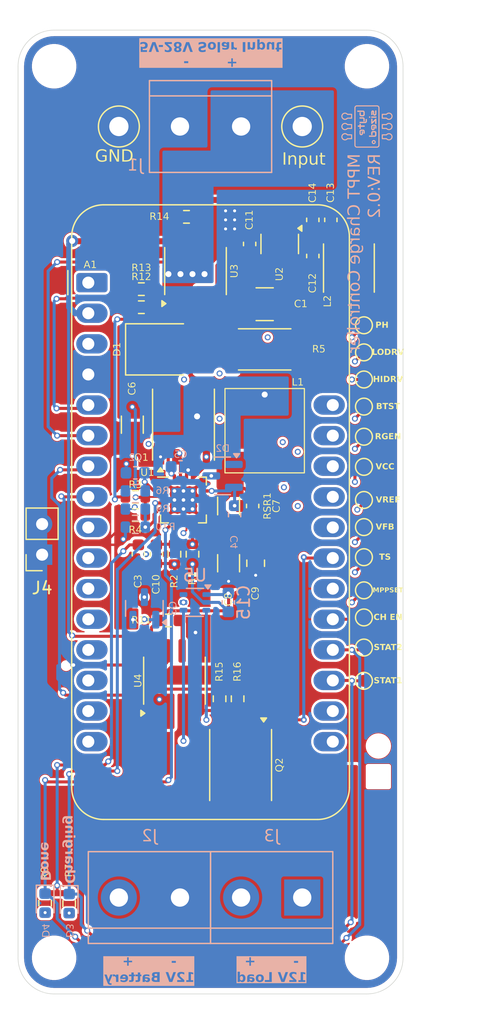
<source format=kicad_pcb>
(kicad_pcb (version 20240108) (generator "pcbnew") (generator_version "8.0")
  (title_block (title "MPPT Charge Controller") (rev "0.2"))
  (layers (0 "F.Cu" signal) (1 "In1.Cu" signal) (2 "In2.Cu" signal) (31 "B.Cu" signal) (34 "B.Paste" user) (35 "F.Paste" user) (36 "B.SilkS" user "B.Silkscreen") (37 "F.SilkS" user "F.Silkscreen") (38 "B.Mask" user) (39 "F.Mask" user) (44 "Edge.Cuts" user))
  (net 0 "")
  (net 3 "/STAT2")
  (net 5 "/Battery Current")
  (net 9 "/Battery Voltage")
  (net 13 "/STAT1")
  (net 15 "/~{Charge EN}")
  (net 17 "+3.3V")
  (net 21 "/SD_CS")
  (net 22 "/Solar Current")
  (net 23 "/Solar Voltage")
  (net 24 "GND")
  (net 26 "Net-(C1-Pad1)")
  (net 27 "/VCC")
  (net 28 "/VREF")
  (net 29 "/RGEN")
  (net 30 "/PH")
  (net 31 "/BTST")
  (net 32 "Net-(D1-K)")
  (net 33 "Net-(U1-SRP)")
  (net 34 "Net-(U1-SRN)")
  (net 35 "/VFB")
  (net 36 "/VIN")
  (net 37 "Net-(U2-BST)")
  (net 38 "Net-(U2-SW)")
  (net 39 "Net-(D3-A)")
  (net 40 "Net-(D4-A)")
  (net 41 "Net-(J2-Pin_2)")
  (net 42 "/LODRV")
  (net 43 "/HIDRV")
  (net 44 "/MPPSET")
  (net 45 "/TS")
  (net 46 "Net-(U4-FILTER)")
  (net 47 "Net-(U3-FILTER)")
  (net 48 "Net-(J3-Pin_1)")
  (net 49 "/Load Enable")
  (net 54 "PWR GND")
  (net 55 "/Input")
  (net 56 "/SCL")
  (net 57 "/SDA")
  (footprint "Capacitor_SMD:C_0603_1608Metric" (layer "F.Cu") (at 105.5 103.5 -90)
    (property "Reference" "C10")
    (property "Value" "22pF")
  )
  (footprint "Resistor_SMD:R_2512_6332Metric" (layer "F.Cu") (at 114.5 86.5)
    (property "Reference" "R5")
    (property "Value" "2")
  )
  (footprint "Package_SO:SOIC-8_3.9x4.9mm_P1.27mm" (layer "F.Cu") (at 108.75 80 90)
    (property "Reference" "U3")
    (property "Value" "ACS712")
  )
  (footprint "MountingHole:MountingHole_3.2mm_M3" (layer "F.Cu") (at 123 63)
    (property "Reference" "REF**" (hide yes))
    (property "Value" "MountingHole_3.2mm_M3")
  )
  (footprint "Resistor_SMD:R_0603_1608Metric" (layer "F.Cu") (at 98.25 132.5 -90)
    (property "Reference" "R7")
    (property "Value" "100")
  )
  (footprint "Resistor_SMD:R_0603_1608Metric" (layer "F.Cu") (at 96.25 132.4625 -90)
    (property "Reference" "R8")
    (property "Value" "100")
  )
  (footprint "TestPoint:TestPoint_Pad_D1.0mm" (layer "F.Cu") (at 122.75 93.75 180)
    (property "Reference" "TP8" (hide yes))
    (property "Value" "TestPoint")
  )
  (footprint "" (layer "F.Cu") (at 123 137)
    (property "Reference" "")
    (property "Value" "")
  )
  (footprint "Capacitor_SMD:C_0603_1608Metric" (layer "F.Cu") (at 113.25 77.75 90)
    (property "Reference" "C11")
    (property "Value" "10uF")
  )
  (footprint "Inductor_SMD:L_Vishay_IFSC-1515AH_4x4x1.8mm" (layer "F.Cu") (at 121.5 79.75 90)
    (property "Reference" "L2")
    (property "Value" "4.7uH")
  )
  (footprint "TestPoint:TestPoint_Pad_D1.0mm" (layer "F.Cu") (at 122.75 106.5 180)
    (property "Reference" "TP3" (hide yes))
    (property "Value" "TestPoint")
  )
  (footprint "TestPoint:TestPoint_Pad_D1.0mm" (layer "F.Cu") (at 122.75 103.75 180)
    (property "Reference" "TP4" (hide yes))
    (property "Value" "TestPoint")
  )
  (footprint "Capacitor_SMD:C_1206_3216Metric" (layer "F.Cu") (at 111.5 104.25 90)
    (property "Reference" "C8")
    (property "Value" "10uF")
  )
  (footprint "TestPoint:TestPoint_Pad_D1.0mm" (layer "F.Cu") (at 122.75 91.25 180)
    (property "Reference" "TP9" (hide yes))
    (property "Value" "TestPoint")
  )
  (footprint "Resistor_SMD:R_0603_1608Metric" (layer "F.Cu") (at 103.75 98.75)
    (property "Reference" "R3")
    (property "Value" "499k")
  )
  (footprint "Package_SO:SOIC-8_3.9x4.9mm_P1.27mm" (layer "F.Cu") (at 107 114 90)
    (property "Reference" "U4")
    (property "Value" "ACS712")
  )
  (footprint "Capacitor_SMD:C_0603_1608Metric" (layer "F.Cu") (at 104 103.5 -90)
    (property "Reference" "C3")
    (property "Value" "1uF")
  )
  (footprint "TestPoint:TestPoint_Pad_D1.0mm" (layer "F.Cu") (at 122.75 86.75 180)
    (property "Reference" "TP11" (hide yes))
    (property "Value" "TestPoint")
  )
  (footprint "Resistor_SMD:R_0603_1608Metric" (layer "F.Cu") (at 104.25 83 180)
    (property "Reference" "R12")
    (property "Value" "499k")
  )
  (footprint "TestPoint:TestPoint_Pad_D1.0mm" (layer "F.Cu") (at 122.75 96.25 180)
    (property "Reference" "TP1" (hide yes))
    (property "Value" "TestPoint")
  )
  (footprint "Capacitor_SMD:C_1210_3225Metric" (layer "F.Cu") (at 114.5 82.75 180)
    (property "Reference" "C1")
    (property "Value" "2.2uF")
  )
  (footprint "Package_SO:PowerPAK_SO-8_Dual" (layer "F.Cu") (at 107.75 92.75 90)
    (property "Reference" "Q1")
    (property "Value" "Q_Dual_NMOS_S1G1S2G2D2D2D1D1")
  )
  (footprint "Resistor_SMD:R_0603_1608Metric" (layer "F.Cu") (at 108.5 103.5 -90)
    (property "Reference" "R1")
    (property "Value" "100k")
  )
  (footprint "Resistor_SMD:R_0603_1608Metric" (layer "F.Cu") (at 108 75.5 180)
    (property "Reference" "R14")
    (property "Value" "100k")
  )
  (footprint "Resistor_SMD:R_1206_3216Metric" (layer "F.Cu") (at 111.5 99.5 90)
    (property "Reference" "RSR1")
    (property "Value" "0.02")
  )
  (footprint "Package_TO_SOT_SMD:TSOT-23-6" (layer "F.Cu") (at 115.75 77.75 -90)
    (property "Reference" "U2")
    (property "Value" "AP63203WU")
  )
  (footprint "" (layer "F.Cu") (at 97 137)
    (property "Reference" "")
    (property "Value" "")
  )
  (footprint "TestPoint:TestPoint_Loop_D2.60mm_Drill1.6mm_Beaded" (layer "F.Cu") (at 117.62 68)
    (property "Reference" "TP15" (hide yes))
    (property "Value" "TestPoint")
  )
  (footprint "" (layer "F.Cu") (at 97 63)
    (property "Reference" "")
    (property "Value" "")
  )
  (footprint "Module:Adafruit_Feather" (layer "F.Cu") (at 110 100)
    (property "Reference" "A1")
    (property "Value" "Adafruit_Feather_HUZZAH32_ESP32")
  )
  (footprint "Resistor_SMD:R_0603_1608Metric" (layer "F.Cu") (at 103.75 100.25 180)
    (property "Reference" "R4")
    (property "Value" "DNP")
  )
  (footprint "Capacitor_SMD:C_0603_1608Metric" (layer "F.Cu") (at 118.5 75.75 90)
    (property "Reference" "C14")
    (property "Value" "22uF")
  )
  (footprint "TestPoint:TestPoint_Pad_D1.0mm" (layer "F.Cu") (at 122.75 114.01 180)
    (property "Reference" "TP6" (hide yes))
    (property "Value" "TestPoint")
  )
  (footprint "Connector_PinSocket_2.54mm:PinSocket_1x02_P2.54mm_Vertical" (layer "F.Cu") (at 96 103.54 180)
    (property "Reference" "J4")
    (property "Value" "~")
  )
  (footprint "MPPT Charge Controller Footprint Library:L_Vishay_6.9x6.5" (layer "F.Cu") (at 114.5 93.25 -90)
    (property "Reference" "L1")
    (property "Value" "10uH")
  )
  (footprint "Resistor_SMD:R_0603_1608Metric" (layer "F.Cu") (at 107 103.5 90)
    (property "Reference" "R2")
    (property "Value" "499k")
  )
  (footprint "TestPoint:TestPoint_Pad_D1.0mm" (layer "F.Cu") (at 122.75 101.25 180)
    (property "Reference" "TP5" (hide yes))
    (property "Value" "TestPoint")
  )
  (footprint "TestPoint:TestPoint_Pad_D1.0mm" (layer "F.Cu") (at 122.75 111.25 180)
    (property "Reference" "TP7" (hide yes))
    (property "Value" "TestPoint")
  )
  (footprint "Resistor_SMD:R_0603_1608Metric" (layer "F.Cu") (at 104.25 81.5)
    (property "Reference" "R13")
    (property "Value" "36k")
  )
  (footprint "TestPoint:TestPoint_Pad_D1.0mm" (layer "F.Cu") (at 122.75 108.75 180)
    (property "Reference" "TP13" (hide yes))
    (property "Value" "TestPoint")
  )
  (footprint "Capacitor_SMD:C_0603_1608Metric" (layer "F.Cu") (at 118.5 78.75 90)
    (property "Reference" "C12")
    (property "Value" "0.1uF")
  )
  (footprint "Capacitor_SMD:C_0805_2012Metric" (layer "F.Cu") (at 113.75 104.25 90)
    (property "Reference" "C9")
    (property "Value" "4.7uF")
  )
  (footprint "Resistor_SMD:R_0603_1608Metric" (layer "F.Cu") (at 110.75 115.5 90)
    (property "Reference" "R15")
    (property "Value" "499k")
  )
  (footprint "Resistor_SMD:R_0603_1608Metric" (layer "F.Cu") (at 112.25 115.5 -90)
    (property "Reference" "R16")
    (property "Value" "100k")
  )
  (footprint "Package_SO:PowerPAK_SO-8_Dual" (layer "F.Cu") (at 112.5 121 -90)
    (property "Reference" "Q2")
    (property "Value" "Q_Dual_NMOS_S1G1S2G2D2D2D1D1")
  )
  (footprint "Capacitor_SMD:C_0603_1608Metric" (layer "F.Cu") (at 113.5 99.5 -90)
    (property "Reference" "C7")
    (property "Value" "0.1uF")
  )
  (footprint "Capacitor_SMD:C_1206_3216Metric" (layer "F.Cu") (at 103.5 92.75 90)
    (property "Reference" "C6")
    (property "Value" "10uF")
  )
  (footprint "TestPoint:TestPoint_Pad_D1.0mm" (layer "F.Cu") (at 122.75 84.5 180)
    (property "Reference" "TP12" (hide yes))
    (property "Value" "TestPoint")
  )
  (footprint "TestPoint:TestPoint_Pad_D1.0mm" (layer "F.Cu") (at 122.75 99 180)
    (property "Reference" "TP2" (hide yes))
    (property "Value" "TestPoint")
  )
  (footprint "Resistor_SMD:R_0603_1608Metric" (layer "F.Cu") (at 106.5 109 180)
    (property "Reference" "R11")
    (property "Value" "100k")
  )
  (footprint "Capacitor_SMD:C_0603_1608Metric" (layer "F.Cu") (at 120 75.75 90)
    (property "Reference" "C13")
    (property "Value" "22uF")
  )
  (footprint "TestPoint:TestPoint_Loop_D2.60mm_Drill1.6mm_Beaded" (layer "F.Cu") (at 102.38 68)
    (property "Reference" "TP14" (hide yes))
    (property "Value" "TestPoint")
  )
  (footprint "Diode_SMD:D_PowerDI-5" (layer "F.Cu") (at 106.75 86.5)
    (property "Reference" "D1")
    (property "Value" "PDS1040")
  )
  (footprint "MPPT Charge Controller Footprint Library:VQFN-16_EP_3.5x3.5_Pitch0.5mm" (layer "F.Cu") (at 107.75 99)
    (property "Reference" "U1")
    (property "Value" "~")
  )
  (footprint "TestPoint:TestPoint_Pad_D1.0mm" (layer "F.Cu") (at 122.75 89 180)
    (property "Reference" "TP10" (hide yes))
    (property "Value" "TestPoint")
  )
  (footprint "Capacitor_SMD:C_0603_1608Metric" (layer "B.Cu") (at 112 100.25 -90)
    (property "Reference" "C4")
    (property "Value" "1uF")
  )
  (footprint "NetTie:NetTie-2_SMD_Pad0.5mm" (layer "B.Cu") (at 107.75 97.75 90)
    (property "Reference" "NT2" (hide yes))
    (property "Value" "~" (hide yes))
  )
  (footprint "Resistor_SMD:R_0603_1608Metric" (layer "B.Cu") (at 103.75 98.25)
    (property "Reference" "R6")
    (property "Value" "10")
  )
  (footprint "TerminalBlock:TerminalBlock_bornier-2_P5.08mm" (layer "B.Cu") (at 117.62 132 180)
    (property "Reference" "J3")
    (property "Value" "Conn_01x02_Socket")
  )
  (footprint "Package_TO_SOT_SMD:SOT-363_SC-70-6" (layer "B.Cu") (at 108.7 107.5 180)
    (property "Reference" "U5")
    (property "Value" "MCP4018")
  )
  (footprint "LED_SMD:LED_0603_1608Metric" (layer "B.Cu") (at 96.25 132.4625 -90)
    (property "Reference" "D4")
    (property "Value" "GREEN")
  )
  (footprint "Resistor_SMD:R_0603_1608Metric" (layer "B.Cu") (at 103.75 99.75)
    (property "Reference" "R9")
    (property "Value" "5.23k")
  )
  (footprint "NetTie:NetTie-2_SMD_Pad0.5mm" (layer "B.Cu") (at 107.75 100.25 -90)
    (property "Reference" "NT4" (hide yes))
    (property "Value" "~" (hide yes))
  )
  (footprint "New Logo:byteSizedEngineeringLogo-5mm" (layer "B.Cu") (at 123 68 -90)
    (property "Reference" "G***" (hide yes))
    (property "Value" "LOGO" (hide yes))
  )
  (footprint "Capacitor_SMD:C_0603_1608Metric" (layer "B.Cu") (at 111.475 107.5 -90)
    (property "Reference" "C15")
    (property "Value" "0.1uF")
  )
  (footprint "Capacitor_SMD:C_0603_1608Metric" (layer "B.Cu") (at 107.5 96.25 180)
    (property "Reference" "C5")
    (property "Value" "0.1uF")
  )
  (footprint "TerminalBlock:TerminalBlock_bornier-2_P5.08mm" (layer "B.Cu") (at 107.46 132 180)
    (property "Reference" "J2")
    (property "Value" "Conn_01x02_Socket")
  )
  (footprint "LED_SMD:LED_0603_1608Metric" (layer "B.Cu") (at 98.25 132.5 -90)
    (property "Reference" "D3")
    (property "Value" "RED")
  )
  (footprint "Package_TO_SOT_SMD:SOT-23" (layer "B.Cu") (at 104.5 108 90)
    (property "Reference" "Q3")
    (property "Value" "2N7002")
  )
  (footprint "Resistor_SMD:R_0603_1608Metric" (layer "B.Cu") (at 103.75 101.25 180)
    (property "Reference" "R10")
    (property "Value" "30.1k")
  )
  (footprint "TerminalBlock:TerminalBlock_bornier-2_P5.08mm" (layer "B.Cu") (at 107.46 68)
    (property "Reference" "J1")
    (property "Value" "Conn_01x02_Socket")
  )
  (footprint "NetTie:NetTie-2_SMD_Pad0.5mm" (layer "B.Cu") (at 109 99)
    (property "Reference" "NT1" (hide yes))
    (property "Value" "~" (hide yes))
  )
  (footprint "NetTie:NetTie-2_SMD_Pad0.5mm" (layer "B.Cu") (at 106.5 99 180)
    (property "Reference" "NT3" (hide yes))
    (property "Value" "~" (hide yes))
  )
  (footprint "Capacitor_SMD:C_0603_1608Metric" (layer "B.Cu") (at 103.75 96.75 180)
    (property "Reference" "C2")
    (property "Value" "1uF")
  )
  (footprint "Package_TO_SOT_SMD:SOT-23" (layer "B.Cu") (at 111 97 180)
    (property "Reference" "D2")
    (property "Value" "BAT54C")
  )
  (gr_line (start 97 60) (end 123 60) (stroke (width 0.05)) (layer "Edge.Cuts"))
  (gr_arc (start 94 63) (mid 94.87868 60.87868) (end 97 60) (stroke (width 0.05)) (layer "Edge.Cuts"))
  (gr_line (start 123 140) (end 97 140) (stroke (width 0.05)) (layer "Edge.Cuts"))
  (gr_arc (start 97 140) (mid 94.87868 139.12132) (end 94 137) (stroke (width 0.05)) (layer "Edge.Cuts"))
  (gr_arc (start 126 137) (mid 125.12132 139.12132) (end 123 140) (stroke (width 0.05)) (layer "Edge.Cuts"))
  (gr_arc (start 123 60) (mid 125.12132 60.87868) (end 126 63) (stroke (width 0.05)) (layer "Edge.Cuts"))
  (gr_line (start 126 63) (end 126 137) (stroke (width 0.05)) (layer "Edge.Cuts"))
  (gr_line (start 94 137) (end 94 63) (stroke (width 0.05)) (layer "Edge.Cuts"))
  (gr_text "Charging" (at 98.25 128 -90) (layer "B.SilkS") (effects (font (size 0.8 0.8) (thickness 0.15) (bold yes)) (justify mirror)))
  (gr_text "-        +\n12V Battery" (at 104.92 138 0) (layer "B.SilkS" knockout) (effects (font (size 0.8 0.8) (thickness 0.15) (bold yes)) (justify mirror)))
  (gr_text "-        +\n12V Load" (at 115.08 138 0) (layer "B.SilkS" knockout) (effects (font (size 0.8 0.8) (thickness 0.15) (bold yes)) (justify mirror)))
  (gr_text "Done" (at 96.25 129 -90) (layer "B.SilkS") (effects (font (size 0.8 0.8) (thickness 0.15) (bold yes)) (justify mirror)))
  (gr_text "${TITLE}\nREV:${REVISION}" (at 124.250218 70.25 90) (layer "B.SilkS") (effects (font (size 1 1) (thickness 0.1)) (justify left bottom mirror)))
  (gr_text "-        +\n5V-28V Solar Input" (at 110 62 180) (layer "B.SilkS" knockout) (effects (font (size 0.8 0.8) (thickness 0.15) (bold yes)) (justify mirror)))
  (gr_text "MPPSET" (at 124.75 106.5 0) (layer "F.SilkS") (effects (font (size 0.4 0.4) (thickness 0.1) (bold yes))))
  (gr_text "PH" (at 124.25 84.5 0) (layer "F.SilkS") (effects (font (size 0.5 0.5) (thickness 0.1) (bold yes))))
  (gr_text "VREF" (at 124.75 99 0) (layer "F.SilkS") (effects (font (size 0.5 0.5) (thickness 0.1) (bold yes))))
  (gr_text "VCC" (at 124.5 96.25 0) (layer "F.SilkS") (effects (font (size 0.5 0.5) (thickness 0.1) (bold yes))))
  (gr_text "BTST" (at 124.75 91.25 0) (layer "F.SilkS") (effects (font (size 0.5 0.5) (thickness 0.1) (bold yes))))
  (gr_text "CH EN" (at 124.75 108.75 0) (layer "F.SilkS") (effects (font (size 0.5 0.5) (thickness 0.1) (bold yes))))
  (gr_text "LODRV" (at 124.75 86.75 0) (layer "F.SilkS") (effects (font (size 0.5 0.5) (thickness 0.1) (bold yes))))
  (gr_text "VFB" (at 124.5 101.25 0) (layer "F.SilkS") (effects (font (size 0.5 0.5) (thickness 0.1) (bold yes))))
  (gr_text "RGEN" (at 124.75 93.75 0) (layer "F.SilkS") (effects (font (size 0.5 0.5) (thickness 0.1) (bold yes))))
  (gr_text "Input" (at 117.75 70.75 0) (layer "F.SilkS") (effects (font (size 1 1))))
  (gr_text "STAT1" (at 124.75 114.01 0) (layer "F.SilkS") (effects (font (size 0.5 0.5) (thickness 0.1) (bold yes))))
  (gr_text "STAT2" (at 124.75 111.25 0) (layer "F.SilkS") (effects (font (size 0.5 0.5) (thickness 0.1) (bold yes))))
  (gr_text "GND" (at 102 70.5 0) (layer "F.SilkS") (effects (font (size 1 1))))
  (gr_text "HIDRV" (at 124.75 89 0) (layer "F.SilkS") (effects (font (size 0.5 0.5) (thickness 0.1) (bold yes))))
  (gr_text "TS" (at 124.5 103.75 0) (layer "F.SilkS") (effects (font (size 0.5 0.5) (thickness 0.1) (bold yes))))
  (segment (start 121.3 135.35) (end 120.4 136.25) (width 0.25) (layer "F.Cu") (net 3))
  (segment (start 120.4 136.25) (end 99.75 136.25) (width 0.25) (layer "F.Cu") (net 3))
  (segment (start 122.75 111.25) (end 122.56 111.44) (width 0.25) (layer "F.Cu") (net 3))
  (segment (start 107 100.75) (end 106.25 101.5) (width 0.25) (layer "F.Cu") (net 3))
  (segment (start 96.25 122.25) (end 96.4 122.4) (width 0.25) (layer "F.Cu") (net 3))
  (segment (start 122.56 111.44) (end 121.75 111.44) (width 0.25) (layer "F.Cu") (net 3))
  (segment (start 121.75 111.44) (end 120.16 111.44) (width 0.25) (layer "F.Cu") (net 3))
  (segment (start 106.35 122.4) (end 106.5 122.25) (width 0.25) (layer "F.Cu") (net 3))
  (segment (start 99.75 136.25) (end 98.75 135.25) (width 0.25) (layer "F.Cu") (net 3))
  (segment (start 96.4 122.4) (end 106.35 122.4) (width 0.25) (layer "F.Cu") (net 3))
  (via (at 106.5 122.25) (size 0.5) (drill 0.3) (layers "F.Cu" "B.Cu") (net 3))
  (via (at 96.25 122.25) (size 0.5) (drill 0.3) (layers "F.Cu" "B.Cu") (net 3))
  (via (at 121.3 135.35) (size 0.5) (drill 0.3) (layers "F.Cu" "B.Cu") (net 3))
  (via (at 98.75 135.25) (size 0.5) (drill 0.3) (layers "F.Cu" "B.Cu") (net 3))
  (via (at 121.75 111.44) (size 0.5) (drill 0.3) (layers "F.Cu" "B.Cu") (net 3))
  (via (at 106.25 101.5) (size 0.5) (drill 0.3) (layers "F.Cu" "B.Cu") (net 3))
  (segment (start 106.25 101.5) (end 106.25 105.25) (width 0.25) (layer "B.Cu") (net 3))
  (segment (start 121.3 135.35) (end 122.4 134.25) (width 0.25) (layer "B.Cu") (net 3))
  (segment (start 98.75 135.25) (end 97.25 133.75) (width 0.25) (layer "B.Cu") (net 3))
  (segment (start 106.75 122) (end 106.5 122.25) (width 0.25) (layer "B.Cu") (net 3))
  (segment (start 122.4 112.09) (end 121.75 111.44) (width 0.25) (layer "B.Cu") (net 3))
  (segment (start 97.25 132.5) (end 96.425 131.675) (width 0.25) (layer "B.Cu") (net 3))
  (segment (start 97.25 133.75) (end 97.25 132.5) (width 0.25) (layer "B.Cu") (net 3))
  (segment (start 106.75 105.75) (end 106.75 122) (width 0.25) (layer "B.Cu") (net 3))
  (segment (start 106.25 105.25) (end 106.75 105.75) (width 0.25) (layer "B.Cu") (net 3))
  (segment (start 96.425 131.675) (end 96.25 131.675) (width 0.25) (layer "B.Cu") (net 3))
  (segment (start 122.4 134.25) (end 122.4 112.09) (width 0.25) (layer "B.Cu") (net 3))
  (segment (start 96.25 131.675) (end 96.25 122.25) (width 0.25) (layer "B.Cu") (net 3))
  (segment (start 104.744092 112.825) (end 106.039999 112.825) (width 0.25) (layer "F.Cu") (net 5))
  (segment (start 97.64 98.74) (end 99.84 98.74) (width 0.25) (layer "F.Cu") (net 5))
  (segment (start 98.6 112.7) (end 104.619092 112.7) (width 0.25) (layer "F.Cu") (net 5))
  (segment (start 104.619092 112.7) (end 104.744092 112.825) (width 0.25) (layer "F.Cu") (net 5))
  (segment (start 106.039999 112.825) (end 106.365 112.499999) (width 0.25) (layer "F.Cu") (net 5))
  (segment (start 106.365 112.499999) (end 106.365 111.525) (width 0.25) (layer "F.Cu") (net 5))
  (segment (start 97.6 98.7) (end 97.64 98.74) (width 0.25) (layer "F.Cu") (net 5))
  (via (at 97.6 98.7) (size 0.5) (drill 0.3) (layers "F.Cu" "B.Cu") (net 5))
  (via (at 98.6 112.7) (size 0.5) (drill 0.3) (layers "F.Cu" "B.Cu") (net 5))
  (segment (start 97.823 111.923) (end 97.823 98.923) (width 0.25) (layer "B.Cu") (net 5))
  (segment (start 98.6 112.7) (end 97.823 111.923) (width 0.25) (layer "B.Cu") (net 5))
  (segment (start 97.823 98.923) (end 97.6 98.7) (width 0.25) (layer "B.Cu") (net 5))
  (segment (start 103.5 114.7) (end 103 115.2) (width 0.25) (layer "F.Cu") (net 9))
  (segment (start 97.5 96.5) (end 99.54 96.5) (width 0.25) (layer "F.Cu") (net 9))
  (segment (start 110.725 114.7) (end 103.5 114.7) (width 0.25) (layer "F.Cu") (net 9))
  (segment (start 97.95 115.2) (end 97.75 115) (width 0.25) (layer "F.Cu") (net 9))
  (segment (start 99.54 96.5) (end 99.84 96.2) (width 0.25) (layer "F.Cu") (net 9))
  (segment (start 110.75 114.675) (end 112.25 114.675) (width 0.25) (layer "F.Cu") (net 9))
  (segment (start 103 115.2) (end 97.95 115.2) (width 0.25) (layer "F.Cu") (net 9))
  (segment (start 110.75 114.675) (end 110.725 114.7) (width 0.25) (layer "F.Cu") (net 9))
  (via (at 97.75 115) (size 0.5) (drill 0.3) (layers "F.Cu" "B.Cu") (net 9))
  (via (at 97.5 96.5) (size 0.5) (drill 0.3) (layers "F.Cu" "B.Cu") (net 9))
  (segment (start 97.446 99.446) (end 96.8 98.8) (width 0.25) (layer "B.Cu") (net 9))
  (segment (start 96.8 98.8) (end 96.8 97.2) (width 0.25) (layer "B.Cu") (net 9))
  (segment (start 97.75 115) (end 97.446 114.696) (width 0.25) (layer "B.Cu") (net 9))
  (segment (start 96.8 97.2) (end 97.5 96.5) (width 0.25) (layer "B.Cu") (net 9))
  (segment (start 97.446 114.696) (end 97.446 99.446) (width 0.25) (layer "B.Cu") (net 9))
  (segment (start 98.25 121.75) (end 98.5 121.5) (width 0.25) (layer "F.Cu") (net 13))
  (segment (start 100.75 135.75) (end 99.75 134.75) (width 0.25) (layer "F.Cu") (net 13))
  (segment (start 121.73 113.98) (end 121.75 114) (width 0.25) (layer "F.Cu") (net 13))
  (segment (start 98.5 121.5) (end 102.25 121.5) (width 0.25) (layer "F.Cu") (net 13))
  (segment (start 120.16 113.98) (end 121.73 113.98) (width 0.25) (layer "F.Cu") (net 13))
  (segment (start 122.75 114.01) (end 121.76 114.01) (width 0.25) (layer "F.Cu") (net 13))
  (segment (start 121.76 114.01) (end 121.75 114) (width 0.25) (layer "F.Cu") (net 13))
  (segment (start 119.95 135.75) (end 100.75 135.75) (width 0.25) (layer "F.Cu") (net 13))
  (segment (start 105.4 99.257149) (end 105.407149 99.25) (width 0.25) (layer "F.Cu") (net 13))
  (segment (start 105.407149 99.25) (end 106 99.25) (width 0.25) (layer "F.Cu") (net 13))
  (segment (start 121.65 134.05) (end 119.95 135.75) (width 0.25) (layer "F.Cu") (net 13))
  (via (at 121.75 114) (size 0.5) (drill 0.3) (layers "F.Cu" "B.Cu") (net 13))
  (via (at 105.4 99.257149) (size 0.5) (drill 0.3) (layers "F.Cu" "B.Cu") (net 13))
  (via (at 99.75 134.75) (size 0.5) (drill 0.3) (layers "F.Cu" "B.Cu") (net 13))
  (via (at 102.25 121.5) (size 0.5) (drill 0.3) (layers "F.Cu" "B.Cu") (net 13))
  (via (at 121.65 134.05) (size 0.5) (drill 0.3) (layers "F.Cu" "B.Cu") (net 13))
  (via (at 98.25 121.75) (size 0.5) (drill 0.3) (layers "F.Cu" "B.Cu") (net 13))
  (segment (start 105.4 101.648004) (end 102.298004 104.75) (width 0.25) (layer "B.Cu") (net 13))
  (segment (start 102.298004 104.75) (end 102.25 104.75) (width 0.25) (layer "B.Cu") (net 13))
  (segment (start 99.75 134.75) (end 99.25 134.25) (width 0.25) (layer "B.Cu") (net 13))
  (segment (start 121.65 134.05) (end 121.75 133.95) (width 0.25) (layer "B.Cu") (net 13))
  (segment (start 98.9625 131.7125) (end 98.25 131.7125) (width 0.25) (layer "B.Cu") (net 13))
  (segment (start 98.25 121.75) (end 98.25 131.7125) (width 0.25) (layer "B.Cu") (net 13))
  (segment (start 99.25 134.25) (end 99.25 132) (width 0.25) (layer "B.Cu") (net 13))
  (segment (start 102.25 104.75) (end 102.25 121.5) (width 0.25) (layer "B.Cu") (net 13))
  (segment (start 105.4 99.257149) (end 105.4 101.648004) (width 0.25) (layer "B.Cu") (net 13))
  (segment (start 121.75 133.95) (end 121.75 114) (width 0.25) (layer "B.Cu") (net 13))
  (segment (start 99.25 132) (end 98.9625 131.7125) (width 0.25) (layer "B.Cu") (net 13))
  (segment (start 122.75 108.75) (end 122.6 108.9) (width 0.25) (layer "F.Cu") (net 15))
  (segment (start 122.6 108.9) (end 120.16 108.9) (width 0.25) (layer "F.Cu") (net 15))
  (via (at 104.5 108.9) (size 0.5) (drill 0.3) (layers "F.Cu" "B.Cu") (net 15))
  (segment (start 104.5 108.9) (end 104.5375 108.9375) (width 0.25) (layer "B.Cu") (net 15))
  (segment (start 104.5375 108.9375) (end 105.45 108.9375) (width 0.25) (layer "B.Cu") (net 15))
  (segment (start 111.25 108.2) (end 111.5 107.95) (width 0.25) (layer "F.Cu") (net 17))
  (segment (start 118.5 76.525) (end 120 76.525) (width 0.5) (layer "F.Cu") (net 17))
  (segment (start 106.845 77.525) (end 106.845 75.83) (width 0.5) (layer "F.Cu") (net 17))
  (segment (start 107.175 75.5) (end 107.175 74.825) (width 0.5) (layer "F.Cu") (net 17))
  (segment (start 105.095 111.525) (end 105.095 109.58) (width 0.25) (layer "F.Cu") (net 17))
  (segment (start 111.5 106.775) (end 111.475 106.75) (width 0.25) (layer "F.Cu") (net 17))
  (segment (start 98.525 77.525) (end 98.5 77.5) (width 0.5) (layer "F.Cu") (net 17))
  (segment (start 105.095 109.58) (end 105.675 109) (width 0.25) (layer "F.Cu") (net 17))
  (segment (start 116.7 74.7) (end 116.7 76.6125) (width 0.5) (layer "F.Cu") (net 17))
  (segment (start 118.4125 76.6125) (end 118.5 76.525) (width 0.5) (layer "F.Cu") (net 17))
  (segment (start 107.175 74.825) (end 107.9 74.1) (width 0.5) (layer "F.Cu") (net 17))
  (segment (start 121.025 76.525) (end 120 76.525) (width 0.5) (layer "F.Cu") (net 17))
  (segment (start 121.5 78.275) (end 121.5 77) (width 0.5) (layer "F.Cu") (net 17))
  (segment (start 103.885 110.315) (end 105.095 111.525) (width 0.25) (layer "F.Cu") (net 17))
  (segment (start 121.5 77) (end 121.025 76.525) (width 0.5) (layer "F.Cu") (net 17))
  (segment (start 98.685 110.315) (end 103.885 110.315) (width 0.25) (layer "F.Cu") (net 17))
  (segment (start 107.9 74.1) (end 116.1 74.1) (width 0.5) (layer "F.Cu") (net 17))
  (segment (start 98.62 110.25) (end 98.685 110.315) (width 0.25) (layer "F.Cu") (net 17))
  (segment (start 111.5 107.95) (end 111.5 106.775) (width 0.25) (layer "F.Cu") (net 17))
  (segment (start 105.675 109) (end 106.475 108.2) (width 0.25) (layer "F.Cu") (net 17))
  (segment (start 106.845 75.83) (end 107.175 75.5) (width 0.5) (layer "F.Cu") (net 17))
  (segment (start 116.7 76.6125) (end 118.4125 76.6125) (width 0.5) (layer "F.Cu") (net 17))
  (segment (start 106.475 108.2) (end 111.25 108.2) (width 0.25) (layer "F.Cu") (net 17))
  (segment (start 98.5 110.25) (end 98.62 110.25) (width 0.25) (layer "F.Cu") (net 17))
  (segment (start 116.1 74.1) (end 116.7 74.7) (width 0.5) (layer "F.Cu") (net 17))
  (segment (start 106.845 77.525) (end 98.525 77.525) (width 0.5) (layer "F.Cu") (net 17))
  (via (at 98.5 110.25) (size 0.5) (drill 0.3) (layers "F.Cu" "B.Cu") (net 17))
  (via (at 98.5 77.5) (size 1) (drill 0.5) (layers "F.Cu" "B.Cu") (net 17))
  (via (at 111.475 106.75) (size 0.5) (drill 0.3) (layers "F.Cu" "B.Cu") (net 17))
  (segment (start 98.2 98.4444) (end 98.2 83.05) (width 0.25) (layer "B.Cu") (net 17))
  (segment (start 98.205 98.4494) (end 98.2 98.4444) (width 0.25) (layer "B.Cu") (net 17))
  (segment (start 109.65 106.85) (end 111.35 106.85) (width 0.25) (layer "B.Cu") (net 17))
  (segment (start 98.25 77.75) (end 98.25 83) (width 0.5) (layer "B.Cu") (net 17))
  (segment (start 98.5 110.25) (end 98.2 109.95) (width 0.25) (layer "B.Cu") (net 17))
  (segment (start 98.2 98.9556) (end 98.205 98.9506) (width 0.25) (layer "B.Cu") (net 17))
  (segment (start 98.205 98.9506) (end 98.205 98.4494) (width 0.25) (layer "B.Cu") (net 17))
  (segment (start 98.25 83) (end 98.75 83.5) (width 0.5) (layer "B.Cu") (net 17))
  (segment (start 98.2 83.05) (end 98.25 83) (width 0.25) (layer "B.Cu") (net 17))
  (segment (start 98.2 109.95) (end 98.2 98.9556) (width 0.25) (layer "B.Cu") (net 17))
  (segment (start 111.35 106.85) (end 111.475 106.725) (width 0.25) (layer "B.Cu") (net 17))
  (segment (start 98.75 83.5) (end 99.84 83.5) (width 0.5) (layer "B.Cu") (net 17))
  (segment (start 98.5 77.5) (end 98.25 77.75) (width 0.5) (layer "B.Cu") (net 17))
  (segment (start 108.115 77.525) (end 108.115 78.499999) (width 0.25) (layer "F.Cu") (net 22))
  (segment (start 108.115 78.499999) (end 107.364999 79.25) (width 0.25) (layer "F.Cu") (net 22))
  (segment (start 97.25 93.66) (end 99.84 93.66) (width 0.25) (layer "F.Cu") (net 22))
  (segment (start 107.364999 79.25) (end 97.25 79.25) (width 0.25) (layer "F.Cu") (net 22))
  (via (at 97.25 93.66) (size 0.5) (drill 0.3) (layers "F.Cu" "B.Cu") (net 22))
  (via (at 97.25 79.25) (size 0.5) (drill 0.3) (layers "F.Cu" "B.Cu") (net 22))
  (segment (start 96.5 80) (end 96.5 92.91) (width 0.25) (layer "B.Cu") (net 22))
  (segment (start 97.25 79.25) (end 96.5 80) (width 0.25) (layer "B.Cu") (net 22))
  (segment (start 96.5 92.91) (end 97.25 93.66) (width 0.25) (layer "B.Cu") (net 22))
  (segment (start 97.95 82.3) (end 98 82.25) (width 0.25) (layer "F.Cu") (net 23))
  (segment (start 99.56 91.4) (end 99.84 91.12) (width 0.25) (layer "F.Cu") (net 23))
  (segment (start 97.2 91.4) (end 99.56 91.4) (width 0.25) (layer "F.Cu") (net 23))
  (segment (start 103.425 83) (end 103.425 81.5) (width 0.5) (layer "F.Cu") (net 23))
  (segment (start 97.2 82.3) (end 97.95 82.3) (width 0.25) (layer "F.Cu") (net 23))
  (segment (start 98 82.25) (end 102.675 82.25) (width 0.25) (layer "F.Cu") (net 23))
  (segment (start 102.675 82.25) (end 103.425 83) (width 0.25) (layer "F.Cu") (net 23))
  (via (at 97.2 82.3) (size 0.5) (drill 0.3) (layers "F.Cu" "B.Cu") (net 23))
  (via (at 97.2 91.4) (size 0.5) (drill 0.3) (layers "F.Cu" "B.Cu") (net 23))
  (segment (start 97 82.5) (end 97.2 82.3) (width 0.25) (layer "B.Cu") (net 23))
  (segment (start 97 91.2) (end 97 82.5) (width 0.25) (layer "B.Cu") (net 23))
  (segment (start 97.2 91.4) (end 97 91.2) (width 0.25) (layer "B.Cu") (net 23))
  (segment (start 108.385 95.42) (end 108.405 95.42) (width 0.25) (layer "F.Cu") (net 24))
  (segment (start 113.75 105.2) (end 113.75 105.25) (width 0.25) (layer "F.Cu") (net 24))
  (segment (start 108.905 111.525) (end 108.905 110.155) (width 0.25) (layer "F.Cu") (net 24))
  (segment (start 108.905 110.155) (end 108.75 110) (width 0.25) (layer "F.Cu") (net 24))
  (segment (start 111.5 105.725) (end 111.5 105.75) (width 0.25) (layer "F.Cu") (net 24))
  (segment (start 108.405 95.42) (end 108.5 95.325) (width 0.25) (layer "F.Cu") (net 24))
  (via (at 112 76.5) (size 0.5) (drill 0.25) (layers "F.Cu" "B.Cu") (net 24))
  (via (at 112 75) (size 0.5) (drill 0.25) (layers "F.Cu" "B.Cu") (net 24))
  (via (at 108.75 110) (size 0.5) (drill 0.3) (layers "F.Cu" "B.Cu") (net 24))
  (via (at 113.75 105.25) (size 0.5) (drill 0.25) (layers "F.Cu" "B.Cu") (net 24))
  (via (at 111.25 76.5) (size 0.5) (drill 0.25) (layers "F.Cu" "B.Cu") (net 24))
  (via (at 111.25 75.75) (size 0.5) (drill 0.25) (layers "F.Cu" "B.Cu") (net 24))
  (via (at 111.25 75) (size 0.5) (drill 0.25) (layers "F.Cu" "B.Cu") (net 24))
  (via (at 111.5 105.75) (size 0.5) (drill 0.25) (layers "F.Cu" "B.Cu") (net 24))
  (via (at 112 75.75) (size 0.5) (drill 0.25) (layers "F.Cu" "B.Cu") (net 24))
  (segment (start 117.4625 84.2375) (end 115.975 82.75) (width 0.5) (layer "F.Cu") (net 26))
  (segment (start 117.4625 86.5) (end 117.4625 84.2375) (width 0.5) (layer "F.Cu") (net 26))
  (segment (start 104.548004 97.5) (end 104.525 97.5) (width 0.25) (layer "F.Cu") (net 27))
  (segment (start 105.298004 98.25) (end 104.548004 97.5) (width 0.25) (layer "F.Cu") (net 27))
  (segment (start 122 97.5) (end 122 97) (width 0.25) (layer "F.Cu") (net 27))
  (segment (start 106 98.25) (end 105.298004 98.25) (width 0.25) (layer "F.Cu") (net 27))
  (segment (start 122 97) (end 122.75 96.25) (width 0.25) (layer "F.Cu") (net 27))
  (via (at 116 94.2) (size 0.5) (drill 0.3) (layers "F.Cu" "B.Cu") (net 27))
  (via (at 122 97.5) (size 0.5) (drill 0.3) (layers "F.Cu" "B.Cu") (net 27))
  (via (at 104.85 94.35) (size 0.5) (drill 0.3) (layers "F.Cu" "B.Cu") (net 27))
  (via (at 116.1 97.950002) (size 0.5) (drill 0.3) (layers "F.Cu" "B.Cu") (net 27))
  (via (at 104.525 97.5) (size 0.5) (drill 0.3) (layers "F.Cu" "B.Cu") (net 27))
  (segment (start 104.525 97.5) (end 104.525 98.2) (width 0.25) (layer "B.Cu") (net 27))
  (segment (start 104.525 98.2) (end 104.575 98.25) (width 0.25) (layer "B.Cu") (net 27))
  (segment (start 104.525 96.75) (end 104.525 97.5) (width 0.25) (layer "B.Cu") (net 27))
  (segment (start 107.5 100.75) (end 108 100.75) (width 0.25) (layer "F.Cu") (net 28))
  (segment (start 98.2125 131.6375) (end 98.25 131.675) (width 0.5) (layer "F.Cu") (net 28))
  (segment (start 104 102.725) (end 103.275 102.725) (width 0.25) (layer "F.Cu") (net 28))
  (segment (start 97.25 131.6375) (end 98.2125 131.6375) (width 0.5) (layer "F.Cu") (net 28))
  (segment (start 108 101.5) (end 107.75 101.75) (width 0.15) (layer "F.Cu") (net 28))
  (segment (start 97.25 131) (end 97.25 131.6375) (width 0.25) (layer "F.Cu") (net 28))
  (segment (start 122.75 99.25) (end 122.75 99) (width 0.25) (layer "F.Cu") (net 28))
  (segment (start 122.2 99.8) (end 122.75 99.25) (width 0.25) (layer "F.Cu") (net 28))
  (segment (start 101.2 121) (end 101.5 120.7) (width 0.25) (layer "F.Cu") (net 28))
  (segment (start 103.275 102.725) (end 102.75 103.25) (width 0.25) (layer "F.Cu") (net 28))
  (segment (start 108 100.75) (end 108 101.5) (width 0.15) (layer "F.Cu") (net 28))
  (segment (start 96.25 131.6375) (end 97.25 131.6375) (width 0.5) (layer "F.Cu") (net 28))
  (segment (start 97.25 121) (end 101.2 121) (width 0.25) (layer "F.Cu") (net 28))
  (via (at 101.5 120.7) (size 0.5) (drill 0.3) (layers "F.Cu" "B.Cu") (net 28))
  (via (at 107.75 101.75) (size 0.5) (drill 0.3) (layers "F.Cu" "B.Cu") (net 28))
  (via (at 97.25 121) (size 0.5) (drill 0.3) (layers "F.Cu" "B.Cu") (net 28))
  (via (at 102.75 103.25) (size 0.5) (drill 0.3) (layers "F.Cu" "B.Cu") (net 28))
  (via (at 103.7 99.6) (size 0.5) (drill 0.3) (layers "F.Cu" "B.Cu") (net 28))
  (via (at 122.2 99.8) (size 0.5) (drill 0.3) (layers "F.Cu" "B.Cu") (net 28))
  (via (at 97.25 131) (size 0.5) (drill 0.3) (layers "F.Cu" "B.Cu") (net 28))
  (segment (start 103.55 99.75) (end 102.925 99.75) (width 0.15) (layer "B.Cu") (net 28))
  (segment (start 101.765 104.235) (end 102.75 103.25) (width 0.25) (layer "B.Cu") (net 28))
  (segment (start 97.25 121) (end 97.25 131) (width 0.25) (layer "B.Cu") (net 28))
  (segment (start 103.7 99.6) (end 103.55 99.75) (width 0.15) (layer "B.Cu") (net 28))
  (segment (start 101.5 120.7) (end 101.765 120.435) (width 0.25) (layer "B.Cu") (net 28))
  (segment (start 101.765 120.435) (end 101.765 104.235) (width 0.25) (layer "B.Cu") (net 28))
  (segment (start 122.75 94) (end 122 94.75) (width 0.25) (layer "F.Cu") (net 29))
  (segment (start 122.75 93.75) (end 122.75 94) (width 0.25) (layer "F.Cu") (net 29))
  (segment (start 110.094384 98.25) (end 109.5 98.25) (width 0.25) (layer "F.Cu") (net 29))
  (via (at 117.25 95) (size 0.5) (drill 0.3) (layers "F.Cu" "B.Cu") (net 29))
  (via (at 122 94.75) (size 0.5) (drill 0.3) (layers "F.Cu" "B.Cu") (net 29))
  (via (at 110.094384 98.25) (size 0.5) (drill 0.3) (layers "F.Cu" "B.Cu") (net 29))
  (via (at 112 99.475) (size 0.5) (drill 0.3) (layers "F.Cu" "B.Cu") (net 29))
  (via (at 117.25 99.5) (size 0.5) (drill 0.3) (layers "F.Cu" "B.Cu") (net 29))
  (segment (start 112 99.475) (end 112 98.0125) (width 0.25) (layer "B.Cu") (net 29))
  (segment (start 112 98.0125) (end 111.9375 97.95) (width 0.25) (layer "B.Cu") (net 29))
  (segment (start 111.6375 98.25) (end 111.9375 97.95) (width 0.25) (layer "B.Cu") (net 29))
  (segment (start 110.094384 98.25) (end 111.6375 98.25) (width 0.25) (layer "B.Cu") (net 29))
  (segment (start 114.5 90.25) (end 113.955 89.705) (width 0.5) (layer "F.Cu") (net 30))
  (segment (start 122.75 84.5) (end 121.75 85.5) (width 0.25) (layer "F.Cu") (net 30))
  (segment (start 108.88 93.14) (end 108.88 92.06) (width 0.25) (layer "F.Cu") (net 30))
  (segment (start 108.137501 96.517501) (end 108 96.655002) (width 0.25) (layer "F.Cu") (net 30))
  (segment (start 114.205 89.955) (end 114.5 90.25) (width 1) (layer "F.Cu") (net 30))
  (segment (start 108 96.655002) (end 108 97.25) (width 0.25) (layer "F.Cu") (net 30))
  (segment (start 105.845 95.42) (end 105.845 95.09) (width 0.25) (layer "F.Cu") (net 30))
  (via (at 108.88 92.06) (size 1) (drill 0.5) (layers "F.Cu" "B.Cu") (net 30))
  (via (at 114.75 85.5) (size 0.5) (drill 0.3) (layers "F.Cu" "B.Cu") (net 30))
  (via (at 114.5 90.25) (size 1) (drill 0.5) (layers "F.Cu" "B.Cu") (net 30))
  (via (at 108.137501 96.517501) (size 0.5) (drill 0.3) (layers "F.Cu" "B.Cu") (net 30))
  (via (at 105.845 95.42) (size 0.5) (drill 0.25) (layers "F.Cu" "B.Cu") (net 30))
  (via (at 121.75 85.5) (size 0.5) (drill 0.3) (layers "F.Cu" "B.Cu") (net 30))
  (segment (start 108.88 92.06) (end 108.875618 92.06) (width 1) (layer "B.Cu") (net 30))
  (segment (start 122.75 91.25) (end 122.75 91.5) (width 0.25) (layer "F.Cu") (net 31))
  (segment (start 122.75 91.5) (end 122 92.25) (width 0.25) (layer "F.Cu") (net 31))
  (segment (start 107 97.05) (end 106.75 96.8) (width 0.25) (layer "F.Cu") (net 31))
  (segment (start 107 97.25) (end 107 97.05) (width 0.25) (layer "F.Cu") (net 31))
  (via (at 110.75 92.25) (size 0.5) (drill 0.3) (layers "F.Cu" "B.Cu") (net 31))
  (via (at 122 92.25) (size 0.5) (drill 0.3) (layers "F.Cu" "B.Cu") (net 31))
  (via (at 110.0625 97) (size 0.5) (drill 0.3) (layers "F.Cu" "B.Cu") (net 31))
  (via (at 106.75 96.8) (size 0.5) (drill 0.3) (layers "F.Cu" "B.Cu") (net 31))
  (segment (start 106.725 96.775) (end 106.725 96.25) (width 0.25) (layer "B.Cu") (net 31))
  (segment (start 106.75 96.8) (end 106.725 96.775) (width 0.25) (layer "B.Cu") (net 31))
  (via (at 103.5 91.275) (size 0.5) (drill 0.3) (layers "F.Cu" "B.Cu") (net 32))
  (segment (start 102.925 98.075) (end 103 98) (width 0.25) (layer "B.Cu") (net 32))
  (segment (start 103.75 98) (end 103.75 91.525) (width 0.25) (layer "B.Cu") (net 32))
  (segment (start 102.925 98.25) (end 102.925 98.075) (width 0.25) (layer "B.Cu") (net 32))
  (segment (start 103.75 91.525) (end 103.5 91.275) (width 0.25) (layer "B.Cu") (net 32))
  (segment (start 103 98) (end 103.75 98) (width 0.25) (layer "B.Cu") (net 32))
  (segment (start 111 99.25) (end 111.5 98.75) (width 0.25) (layer "F.Cu") (net 33))
  (segment (start 112.8125 98.0375) (end 111.5 98.0375) (width 0.25) (layer "F.Cu") (net 33))
  (segment (start 109.5 99.25) (end 111 99.25) (width 0.25) (layer "F.Cu") (net 33))
  (segment (start 111.5 98.75) (end 111.5 98.0375) (width 0.25) (layer "F.Cu") (net 33))
  (segment (start 113.5 98.725) (end 112.8125 98.0375) (width 0.25) (layer "F.Cu") (net 33))
  (segment (start 111.5 100.25) (end 111.5 100.9625) (width 0.25) (layer "F.Cu") (net 34))
  (segment (start 109.5 105.5) (end 107.75 105.5) (width 0.25) (layer "F.Cu") (net 34))
  (segment (start 106.95 104.275) (end 107 104.325) (width 0.25) (layer "F.Cu") (net 34))
  (segment (start 113.5 100.75) (end 113.2875 100.9625) (width 0.25) (layer "F.Cu") (net 34))
  (segment (start 109.5 99.75) (end 111 99.75) (width 0.25) (layer "F.Cu") (net 34))
  (segment (start 113.8 103.25) (end 113.75 103.3) (width 1) (layer "F.Cu") (net 34))
  (segment (start 111 99.75) (end 111.5 100.25) (width 0.25) (layer "F.Cu") (net 34))
  (segment (start 109.75 105.25) (end 109.5 105.5) (width 0.25) (layer "F.Cu") (net 34))
  (segment (start 105.5 104.275) (end 106.95 104.275) (width 0.25) (layer "F.Cu") (net 34))
  (segment (start 105.75 115.555) (end 106.365 116.17) (width 0.25) (layer "F.Cu") (net 34))
  (segment (start 113.2875 100.9625) (end 111.5 100.9625) (width 0.25) (layer "F.Cu") (net 34))
  (segment (start 111.5 102.775) (end 109.75 104.525) (width 0.25) (layer "F.Cu") (net 34))
  (segment (start 107.75 105.5) (end 107 104.75) (width 0.25) (layer "F.Cu") (net 34))
  (segment (start 106.365 116.17) (end 106.365 116.475) (width 0.25) (layer "F.Cu") (net 34))
  (segment (start 107 104.75) (end 107 104.325) (width 0.25) (layer "F.Cu") (net 34))
  (segment (start 113.5 100.275) (end 113.5 100.75) (width 0.25) (layer "F.Cu") (net 34))
  (segment (start 109.75 104.525) (end 109.75 105.25) (width 0.25) (layer "F.Cu") (net 34))
  (via (at 105.75 115.555) (size 0.5) (drill 0.3) (layers "F.Cu" "B.Cu") (net 34))
  (via (at 107 104.325) (size 0.5) (drill 0.3) (layers "F.Cu" "B.Cu") (net 34))
  (segment (start 108.5 102.675) (end 107 102.675) (width 0.25) (layer "F.Cu") (net 35))
  (segment (start 107 102.675) (end 105.55 102.675) (width 0.25) (layer "F.Cu") (net 35))
  (segment (start 122.75 101.75) (end 122 102.5) (width 0.25) (layer "F.Cu") (net 35))
  (segment (start 105.55 102.675) (end 105.5 102.725) (width 0.25) (layer "F.Cu") (net 35))
  (segment (start 108.5 100.75) (end 108.5 102.675) (width 0.25) (layer "F.Cu") (net 35))
  (segment (start 122.75 101.25) (end 122.75 101.75) (width 0.25) (layer "F.Cu") (net 35))
  (via (at 108.5 102.675) (size 0.5) (drill 0.3) (layers "F.Cu" "B.Cu") (net 35))
  (via (at 122 102.5) (size 0.5) (drill 0.3) (layers "F.Cu" "B.Cu") (net 35))
  (segment (start 102.25 84) (end 109.25 84) (width 0.25) (layer "F.Cu") (net 36))
  (segment (start 113.6125 76.6125) (end 113.25 76.975) (width 0.5) (layer "F.Cu") (net 36))
  (segment (start 102.25 98.75) (end 102.925 98.75) (width 0.25) (layer "F.Cu") (net 36))
  (segment (start 114.8 76.6125) (end 113.6125 76.6125) (width 0.5) (layer "F.Cu") (net 36))
  (segment (start 109.612 84.362) (end 109.612 85.58) (width 0.25) (layer "F.Cu") (net 36))
  (segment (start 113.25 76.975) (end 110.655 79.57) (width 0.5) (layer "F.Cu") (net 36))
  (segment (start 115.75 76.6125) (end 114.8 76.6125) (width 0.5) (layer "F.Cu") (net 36))
  (segment (start 110.655 79.57) (end 110.655 82.475) (width 0.5) (layer "F.Cu") (net 36))
  (segment (start 109.25 84) (end 109.612 84.362) (width 0.25) (layer "F.Cu") (net 36))
  (segment (start 102.05 98.95) (end 102.25 98.75) (width 0.25) (layer "F.Cu") (net 36))
  (segment (start 109.385 85.353) (end 109.612 85.58) (width 1) (layer "F.Cu") (net 36))
  (via (at 102.05 98.95) (size 0.5) (drill 0.3) (layers "F.Cu" "B.Cu") (net 36))
  (via (at 102.25 84) (size 0.5) (drill 0.3) (layers "F.Cu" "B.Cu") (net 36))
  (segment (start 102.05 84.2) (end 102.25 84) (width 0.25) (layer "B.Cu") (net 36))
  (segment (start 102.05 98.95) (end 102.05 84.2) (width 0.25) (layer "B.Cu") (net 36))
  (segment (start 117.6125 77.975) (end 118.5 77.975) (width 0.5) (layer "F.Cu") (net 37))
  (segment (start 116.7 78.8875) (end 117.6125 77.975) (width 0.5) (layer "F.Cu") (net 37))
  (segment (start 115.75 79.549999) (end 116.200001 80) (width 0.5) (layer "F.Cu") (net 38))
  (segment (start 118.5 79.525) (end 118.5 80.75) (width 0.5) (layer "F.Cu") (net 38))
  (segment (start 116.200001 80) (end 118.025 80) (width 0.5) (layer "F.Cu") (net 38))
  (segment (start 118.025 80) (end 118.5 79.525) (width 0.5) (layer "F.Cu") (net 38))
  (segment (start 119.025 81.225) (end 121.5 81.225) (width 0.5) (layer "F.Cu") (net 38))
  (segment (start 119 81.25) (end 119.025 81.225) (width 0.5) (layer "F.Cu") (net 38))
  (segment (start 115.75 78.8875) (end 115.75 79.549999) (width 0.5) (layer "F.Cu") (net 38))
  (segment (start 118.5 80.75) (end 119 81.25) (width 0.5) (layer "F.Cu") (net 38))
  (segment (start 98.25 133.325) (end 98.25 133.2875) (width 0.25) (layer "F.Cu") (net 39))
  (via (at 98.25 133.2875) (size 0.5) (drill 0.25) (layers "F.Cu" "B.Cu") (net 39))
  (segment (start 96.25 133.2875) (end 96.25 133.25) (width 0.25) (layer "F.Cu") (net 40))
  (via (at 96.25 133.25) (size 0.5) (drill 0.25) (layers "F.Cu" "B.Cu") (net 40))
  (segment (start 108.905 116.475) (end 110.6 116.475) (width 0.25) (layer "F.Cu") (net 41))
  (segment (start 110.6 116.475) (end 110.75 116.325) (width 0.25) (layer "F.Cu") (net 41))
  (segment (start 108.5 97.25) (end 109.655 96.095) (width 0.25) (layer "F.Cu") (net 42))
  (segment (start 122.75 86.75) (end 122 87.5) (width 0.25) (layer "F.Cu") (net 42))
  (segment (start 109.655 96.095) (end 109.655 95.42) (width 0.25) (layer "F.Cu") (net 42))
  (via (at 122 87.5) (size 0.5) (drill 0.3) (layers "F.Cu" "B.Cu") (net 42))
  (via (at 109.655 95.42) (size 0.5) (drill 0.3) (layers "F.Cu" "B.Cu") (net 42))
  (via (at 110.75 88.5) (size 0.5) (drill 0.3) (layers "F.Cu" "B.Cu") (net 42))
  (segment (start 107.410464 95.124536) (end 107.5 95.214072) (width 0.25) (layer "F.Cu") (net 43))
  (segment (start 107.5 95.214072) (end 107.5 97.25) (width 0.25) (layer "F.Cu") (net 43))
  (segment (start 122.75 89) (end 121.75 89) (width 0.25) (layer "F.Cu") (net 43))
  (via (at 107.410464 95.124536) (size 0.5) (drill 0.3) (layers "F.Cu" "B.Cu") (net 43))
  (via (at 107.8 89) (size 0.5) (drill 0.3) (layers "F.Cu" "B.Cu") (net 43))
  (via (at 121.75 89) (size 0.5) (drill 0.3) (layers "F.Cu" "B.Cu") (net 43))
  (segment (start 104.575 98.75) (end 106 98.75) (width 0.15) (layer "F.Cu") (net 44))
  (segment (start 104.542365 98.782635) (end 104.575 98.75) (width 0.25) (layer "F.Cu") (net 44))
  (segment (start 104.575 98.75) (end 104.575 100.25) (width 0.25) (layer "F.Cu") (net 44))
  (segment (start 122.75 106.5) (end 121.75 107.5) (width 0.25) (layer "F.Cu") (net 44))
  (segment (start 103.775 98.782635) (end 104.542365 98.782635) (width 0.25) (layer "F.Cu") (net 44))
  (via (at 103.775 98.782635) (size 0.5) (drill 0.3) (layers "F.Cu" "B.Cu") (net 44))
  (via (at 107.75 107.5) (size 0.5) (drill 0.3) (layers "F.Cu" "B.Cu") (net 44))
  (via (at 121.75 107.5) (size 0.5) (drill 0.3) (layers "F.Cu" "B.Cu") (net 44))
  (via (at 104.5 107.0625) (size 0.5) (drill 0.3) (layers "F.Cu" "B.Cu") (net 44))
  (segment (start 122.75 104.25) (end 122 105) (width 0.25) (layer "F.Cu") (net 45))
  (segment (start 96 101) (end 97.38 102.38) (width 0.2) (layer "F.Cu") (net 45))
  (segment (start 105.3 100.2) (end 105.3 100.748004) (width 0.25) (layer "F.Cu") (net 45))
  (segment (start 122.75 103.75) (end 122.75 104.25) (width 0.25) (layer "F.Cu") (net 45))
  (segment (start 106 99.75) (end 105.75 99.75) (width 0.25) (layer "F.Cu") (net 45))
  (segment (start 97.38 102.38) (end 101.42 102.38) (width 0.2) (layer "F.Cu") (net 45))
  (segment (start 104.798004 101.25) (end 104.575 101.25) (width 0.25) (layer "F.Cu") (net 45))
  (segment (start 101.42 102.38) (end 102.55 101.25) (width 0.2) (layer "F.Cu") (net 45))
  (segment (start 102.55 101.25) (end 104.575 101.25) (width 0.2) (layer "F.Cu") (net 45))
  (segment (start 105.3 100.748004) (end 104.798004 101.25) (width 0.25) (layer "F.Cu") (net 45))
  (segment (start 105.75 99.75) (end 105.3 100.2) (width 0.25) (layer "F.Cu") (net 45))
  (via (at 104.64132 103.499654) (size 0.5) (drill 0.25) (layers "F.Cu" "B.Cu") (net 45))
  (via (at 104.575 101.25) (size 0.5) (drill 0.3) (layers "F.Cu" "B.Cu") (net 45))
  (via (at 122 105) (size 0.5) (drill 0.3) (layers "F.Cu" "B.Cu") (net 45))
  (segment (start 104.575 99.75) (end 104.575 101.25) (width 0.25) (layer "B.Cu") (net 45))
  (segment (start 107.635 111.525) (end 107.635 109.31) (width 0.25) (layer "F.Cu") (net 46))
  (segment (start 107.635 109.31) (end 107.325 109) (width 0.25) (layer "F.Cu") (net 46))
  (segment (start 109.385 76.06) (end 109.385 77.525) (width 0.5) (layer "F.Cu") (net 47))
  (segment (start 108.825 75.5) (end 109.385 76.06) (width 0.5) (layer "F.Cu") (net 47))
  (segment (start 117.75 117.25) (end 113.25 117.25) (width 0.25) (layer "F.Cu") (net 49))
  (segment (start 120.16 103.82) (end 117.82 103.82) (width 0.25) (layer "F.Cu") (net 49))
  (segment (start 117.82 103.82) (end 117.75 103.75) (width 0.25) (layer "F.Cu") (net 49))
  (segment (start 113.25 117.25) (end 113.135 117.365) (width 0.25) (layer "F.Cu") (net 49))
  (segment (start 113.135 117.365) (end 113.135 118.33) (width 0.25) (layer "F.Cu") (net 49))
  (via (at 117.75 103.75) (size 0.5) (drill 0.25) (layers "F.Cu" "B.Cu") (net 49))
  (via (at 117.75 117.25) (size 0.5) (drill 0.25) (layers "F.Cu" "B.Cu") (net 49))
  (segment (start 117.75 103.75) (end 117.75 117.25) (width 0.25) (layer "B.Cu") (net 49))
  (segment (start 96.82 102.72) (end 102.28 102.72) (width 0.2) (layer "F.Cu") (net 54))
  (segment (start 102.28 102.72) (end 102.75 102.25) (width 0.2) (layer "F.Cu") (net 54))
  (segment (start 96 103.54) (end 96.82 102.72) (width 0.2) (layer "F.Cu") (net 54))
  (segment (start 109.5 98.75) (end 108.75 98.75) (width 0.25) (layer "F.Cu") (net 54))
  (segment (start 108.75 98.75) (end 108.5 99) (width 0.25) (layer "F.Cu") (net 54))
  (via (at 107.75 99.75) (size 0.5) (drill 0.3) (layers "F.Cu" "B.Cu") (net 54))
  (via (at 102.75 102.25) (size 0.5) (drill 0.3) (layers "F.Cu" "B.Cu") (net 54))
  (via (at 103 96) (size 0.5) (drill 0.3) (layers "F.Cu" "B.Cu") (net 54))
  (via (at 107 98.25) (size 0.5) (drill 0.3) (layers "F.Cu" "B.Cu") (net 54))
  (via (at 107.75 98.25) (size 0.5) (drill 0.3) (layers "F.Cu" "B.Cu") (net 54))
  (via (at 107 99.75) (size 0.5) (drill 0.3) (layers "F.Cu" "B.Cu") (net 54))
  (via (at 108.5 99) (size 0.5) (drill 0.3) (layers "F.Cu" "B.Cu") (net 54))
  (via (at 103.55 108.9375) (size 0.5) (drill 0.3) (layers "F.Cu" "B.Cu") (net 54))
  (via (at 108.5 98.25) (size 0.5) (drill 0.3) (layers "F.Cu" "B.Cu") (net 54))
  (via (at 107.75 99) (size 0.5) (drill 0.3) (layers "F.Cu" "B.Cu") (net 54))
  (via (at 108.5 104.325) (size 0.5) (drill 0.3) (layers "F.Cu" "B.Cu") (net 54))
  (via (at 108.5 99.75) (size 0.5) (drill 0.3) (layers "F.Cu" "B.Cu") (net 54))
  (via (at 107 99) (size 0.5) (drill 0.3) (layers "F.Cu" "B.Cu") (net 54))
  (segment (start 103 96.725) (end 102.975 96.75) (width 0.25) (layer "B.Cu") (net 54))
  (segment (start 102.925 102.075) (end 102.75 102.25) (width 0.25) (layer "B.Cu") (net 54))
  (segment (start 103 96) (end 103 96.725) (width 0.25) (layer "B.Cu") (net 54))
  (segment (start 108.5 106.628812) (end 108.5 104.325) (width 0.25) (layer "B.Cu") (net 54))
  (segment (start 110.7 107.5) (end 111.475 108.275) (width 0.25) (layer "B.Cu") (net 54))
  (segment (start 109.371188 107.5) (end 108.5 106.628812) (width 0.25) (layer "B.Cu") (net 54))
  (segment (start 102.925 101.25) (end 102.925 102.075) (width 0.25) (layer "B.Cu") (net 54))
  (segment (start 109.65 107.5) (end 110.7 107.5) (width 0.25) (layer "B.Cu") (net 54))
  (segment (start 109.65 107.5) (end 109.371188 107.5) (width 0.25) (layer "B.Cu") (net 54))
  (segment (start 105.075 83) (end 106.32 83) (width 0.5) (layer "F.Cu") (net 55))
  (segment (start 106.32 83) (end 106.845 82.475) (width 0.5) (layer "F.Cu") (net 55))
  (via (at 106.5 80.25) (size 1) (drill 0.5) (layers "F.Cu" "B.Cu") (net 55))
  (via (at 107.5 80.25) (size 1) (drill 0.5) (layers "F.Cu" "B.Cu") (net 55))
  (via (at 108.5 80.25) (size 1) (drill 0.5) (layers "F.Cu" "B.Cu") (net 55))
  (via (at 109.5 80.25) (size 1) (drill 0.5) (layers "F.Cu" "B.Cu") (net 55))
  (via (at 109.655 117.25) (size 0.5) (drill 0.3) (layers "F.Cu" "B.Cu") (net 56))
  (segment (start 109.65 108.15) (end 109.65 117.245) (width 0.25) (layer "B.Cu") (net 56))
  (segment (start 109.65 117.245) (end 109.655 117.25) (width 0.25) (layer "B.Cu") (net 56))
  (via (at 107.75 119) (size 0.5) (drill 0.3) (layers "F.Cu" "B.Cu") (net 57))
  (segment (start 107.75 108.15) (end 107.75 119) (width 0.25) (layer "B.Cu") (net 57))
  (zone (net 55) (net_name "/Input") (layer "F.Cu") (priority 1) (connect_pads yes (clearance 0.25)) (min_thickness 0.25) (fill yes (thermal_gap 0.25) (thermal_bridge_width 0.25))
    (polygon (pts (xy 106 79.5) (xy 110.25 79.5) (xy 110.25 83.75) (xy 106 83.75)))
  )
  (zone (net 54) (net_name "PWR GND") (layer "F.Cu") (priority 3) (connect_pads yes (clearance 0.25)) (min_thickness 0.25) (fill yes (thermal_gap 0.25) (thermal_bridge_width 0.25))
    (polygon (pts (xy 102 95.5) (xy 103.75 95.5) (xy 103.75 96.5) (xy 110 96.5) (xy 110 105) (xy 103.5 105) (xy 103.5 108) (xy 104 108) (xy 104 109.75) (xy 102 109.75)))
  )
  (zone (net 33) (net_name "Net-(U1-SRP)") (layer "F.Cu") (priority 1) (connect_pads yes (clearance 0.25)) (min_thickness 0.25) (fill yes (thermal_gap 0.25) (thermal_bridge_width 0.25))
    (polygon (pts (xy 112.75 97.5) (xy 116.25 97.5) (xy 116.25 95) (xy 110.5 95) (xy 110.5 98.75) (xy 112.75 98.75)))
  )
  (zone (net 48) (net_name "Net-(J3-Pin_1)") (layer "F.Cu") (priority 1) (connect_pads yes (clearance 0.25)) (min_thickness 0.25) (fill yes (thermal_gap 0.25) (thermal_bridge_width 0.25))
    (polygon (pts (xy 117.75 119.75) (xy 117.75 121) (xy 122.25 121) (xy 122.25 134.25) (xy 115.5 134.25) (xy 115.5 125) (xy 112.5 125) (xy 112.5 119.75)))
  )
  (zone (net 32) (net_name "Net-(D1-K)") (layer "F.Cu") (priority 1) (connect_pads yes (clearance 0.25)) (min_thickness 0.25) (fill yes (thermal_gap 0) (thermal_bridge_width 1))
    (polygon (pts (xy 102.25 92.25) (xy 102.25 84.5) (xy 108 84.5) (xy 108 94) (xy 105.25 94) (xy 105.25 92.25)))
  )
  (zone (net 41) (net_name "Net-(J2-Pin_2)") (layer "F.Cu") (priority 1) (connect_pads yes (clearance 0.25)) (min_thickness 0.25) (fill yes (thermal_gap 0) (thermal_bridge_width 1))
    (polygon (pts (xy 107 115) (xy 109.5 115) (xy 109.5 125.25) (xy 115 125.25) (xy 115 134.25) (xy 99.75 134.25) (xy 99.75 125.25) (xy 107 125.25)))
  )
  (zone (net 34) (net_name "Net-(U1-SRN)") (layer "F.Cu") (priority 1) (connect_pads yes (clearance 0.25)) (min_thickness 0.25) (fill yes (thermal_gap 0) (thermal_bridge_width 1))
    (polygon (pts (xy 110.25 100.25) (xy 112.75 100.25) (xy 112.75 102) (xy 116.75 102) (xy 116.75 114.5) (xy 107 114.5) (xy 107 118) (xy 104.25 118) (xy 104.25 112.75) (xy 110.25 112.75)))
  )
  (zone (net 24) (net_name "GND") (layer "F.Cu") (connect_pads yes (clearance 0.1)) (min_thickness 0.1) (fill yes (thermal_gap 0.25) (thermal_bridge_width 0.25))
    (polygon (pts (xy 93 58) (xy 127 58) (xy 127 142) (xy 93 142)))
  )
  (zone (net 36) (net_name "/VIN") (layer "F.Cu") (priority 3) (connect_pads yes (clearance 0.25)) (min_thickness 0.25) (fill yes (thermal_gap 0.25) (thermal_bridge_width 0.25))
    (polygon (pts (xy 108.75 81.25) (xy 112.25 81.25) (xy 112.25 88.5) (xy 108.75 88.5)))
  )
  (zone (net 24) (net_name "GND") (layer "B.Cu") (connect_pads yes (clearance 0.25)) (min_thickness 0.25) (fill yes (thermal_gap 0.25) (thermal_bridge_width 0.25))
    (polygon (pts (xy 92.5 57.5) (xy 127.5 57.5) (xy 127.5 142.5) (xy 92.5 142.5)))
  )
  (zone (net 54) (net_name "PWR GND") (layer "B.Cu") (name "PWR GND") (priority 2) (connect_pads yes (clearance 0.25)) (min_thickness 0.25) (fill yes (thermal_gap 0) (thermal_bridge_width 1))
    (polygon (pts (xy 106.75 98) (xy 108.75 98) (xy 108.75 100) (xy 106.75 100)))
  )
  (zone (net 30) (net_name "/PH") (layer "B.Cu") (priority 1) (connect_pads yes (clearance 0.25)) (min_thickness 0.25) (fill yes (thermal_gap 0.25) (thermal_bridge_width 0.25))
    (polygon (pts (xy 105.25 93.6) (xy 107.75 93.6) (xy 107.75 88.75) (xy 116.5 88.75) (xy 116.5 92) (xy 112.5 92) (xy 112.5 97) (xy 105.25 97)))
  )
  (zone (net 55) (net_name "/Input") (layer "B.Cu") (priority 1) (connect_pads yes (clearance 0.25)) (min_thickness 0.25) (fill yes (thermal_gap 0.25) (thermal_bridge_width 0.25))
    (polygon (pts (xy 110 65) (xy 120.25 65) (xy 120.25 73) (xy 110.25 73) (xy 110.25 81) (xy 106 81) (xy 106 70) (xy 110 70)))
  )
)
</source>
